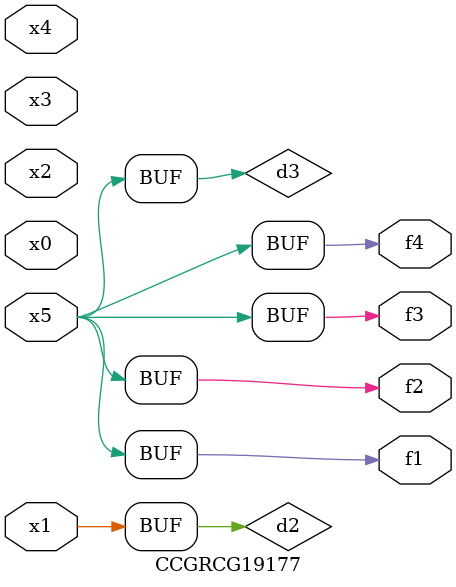
<source format=v>
module CCGRCG19177(
	input x0, x1, x2, x3, x4, x5,
	output f1, f2, f3, f4
);

	wire d1, d2, d3;

	not (d1, x5);
	or (d2, x1);
	xnor (d3, d1);
	assign f1 = d3;
	assign f2 = d3;
	assign f3 = d3;
	assign f4 = d3;
endmodule

</source>
